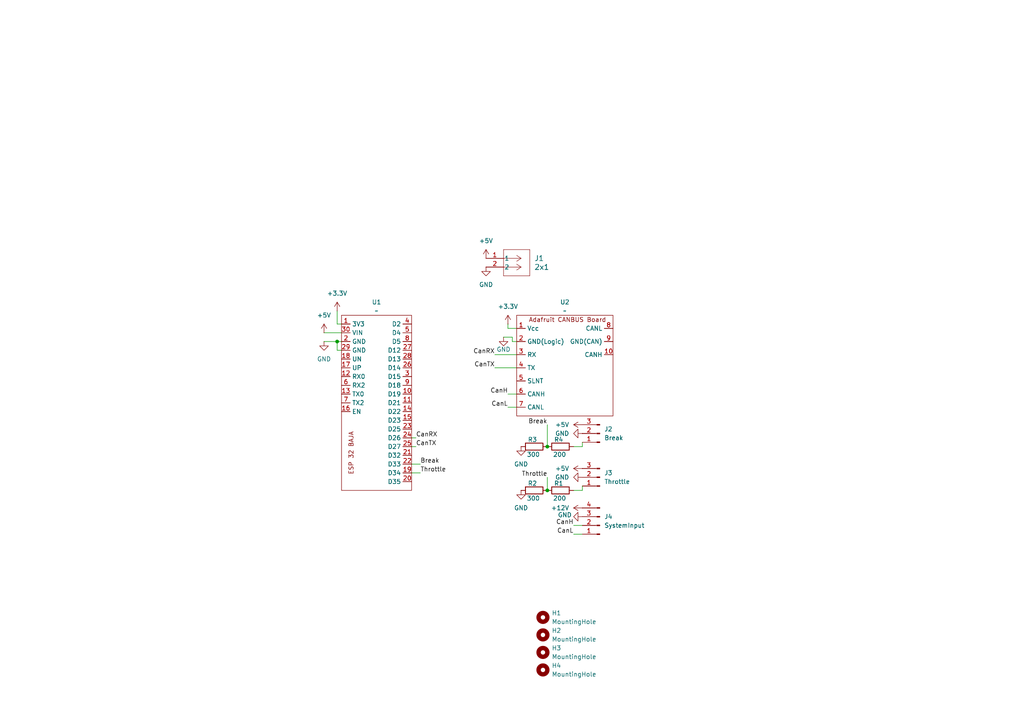
<source format=kicad_sch>
(kicad_sch
	(version 20231120)
	(generator "eeschema")
	(generator_version "8.0")
	(uuid "0d18d341-d852-480c-928d-e9580d2bb323")
	(paper "A4")
	(lib_symbols
		(symbol "2x1:S2B-PH-K-SLFSN"
			(pin_names
				(offset 0.254)
			)
			(exclude_from_sim no)
			(in_bom yes)
			(on_board yes)
			(property "Reference" "J"
				(at 8.89 6.35 0)
				(effects
					(font
						(size 1.524 1.524)
					)
				)
			)
			(property "Value" "S2B-PH-K-SLFSN"
				(at 0 0 0)
				(effects
					(font
						(size 1.524 1.524)
					)
				)
			)
			(property "Footprint" "CONN_S2B-PH-K-S_JST"
				(at 0 0 0)
				(effects
					(font
						(size 1.27 1.27)
						(italic yes)
					)
					(hide yes)
				)
			)
			(property "Datasheet" "S2B-PH-K-SLFSN"
				(at 0 0 0)
				(effects
					(font
						(size 1.27 1.27)
						(italic yes)
					)
					(hide yes)
				)
			)
			(property "Description" ""
				(at 0 0 0)
				(effects
					(font
						(size 1.27 1.27)
					)
					(hide yes)
				)
			)
			(property "ki_locked" ""
				(at 0 0 0)
				(effects
					(font
						(size 1.27 1.27)
					)
				)
			)
			(property "ki_keywords" "S2B-PH-K-S(LF)(SN)"
				(at 0 0 0)
				(effects
					(font
						(size 1.27 1.27)
					)
					(hide yes)
				)
			)
			(property "ki_fp_filters" "CONN_S2B-PH-K-S_JST"
				(at 0 0 0)
				(effects
					(font
						(size 1.27 1.27)
					)
					(hide yes)
				)
			)
			(symbol "S2B-PH-K-SLFSN_1_1"
				(polyline
					(pts
						(xy 5.08 -5.08) (xy 12.7 -5.08)
					)
					(stroke
						(width 0.127)
						(type default)
					)
					(fill
						(type none)
					)
				)
				(polyline
					(pts
						(xy 5.08 2.54) (xy 5.08 -5.08)
					)
					(stroke
						(width 0.127)
						(type default)
					)
					(fill
						(type none)
					)
				)
				(polyline
					(pts
						(xy 10.16 -2.54) (xy 5.08 -2.54)
					)
					(stroke
						(width 0.127)
						(type default)
					)
					(fill
						(type none)
					)
				)
				(polyline
					(pts
						(xy 10.16 -2.54) (xy 8.89 -3.3867)
					)
					(stroke
						(width 0.127)
						(type default)
					)
					(fill
						(type none)
					)
				)
				(polyline
					(pts
						(xy 10.16 -2.54) (xy 8.89 -1.6933)
					)
					(stroke
						(width 0.127)
						(type default)
					)
					(fill
						(type none)
					)
				)
				(polyline
					(pts
						(xy 10.16 0) (xy 5.08 0)
					)
					(stroke
						(width 0.127)
						(type default)
					)
					(fill
						(type none)
					)
				)
				(polyline
					(pts
						(xy 10.16 0) (xy 8.89 -0.8467)
					)
					(stroke
						(width 0.127)
						(type default)
					)
					(fill
						(type none)
					)
				)
				(polyline
					(pts
						(xy 10.16 0) (xy 8.89 0.8467)
					)
					(stroke
						(width 0.127)
						(type default)
					)
					(fill
						(type none)
					)
				)
				(polyline
					(pts
						(xy 12.7 -5.08) (xy 12.7 2.54)
					)
					(stroke
						(width 0.127)
						(type default)
					)
					(fill
						(type none)
					)
				)
				(polyline
					(pts
						(xy 12.7 2.54) (xy 5.08 2.54)
					)
					(stroke
						(width 0.127)
						(type default)
					)
					(fill
						(type none)
					)
				)
				(pin unspecified line
					(at 0 0 0)
					(length 5.08)
					(name "1"
						(effects
							(font
								(size 1.27 1.27)
							)
						)
					)
					(number "1"
						(effects
							(font
								(size 1.27 1.27)
							)
						)
					)
				)
				(pin unspecified line
					(at 0 -2.54 0)
					(length 5.08)
					(name "2"
						(effects
							(font
								(size 1.27 1.27)
							)
						)
					)
					(number "2"
						(effects
							(font
								(size 1.27 1.27)
							)
						)
					)
				)
			)
			(symbol "S2B-PH-K-SLFSN_1_2"
				(polyline
					(pts
						(xy 5.08 -5.08) (xy 12.7 -5.08)
					)
					(stroke
						(width 0.127)
						(type default)
					)
					(fill
						(type none)
					)
				)
				(polyline
					(pts
						(xy 5.08 2.54) (xy 5.08 -5.08)
					)
					(stroke
						(width 0.127)
						(type default)
					)
					(fill
						(type none)
					)
				)
				(polyline
					(pts
						(xy 7.62 -2.54) (xy 5.08 -2.54)
					)
					(stroke
						(width 0.127)
						(type default)
					)
					(fill
						(type none)
					)
				)
				(polyline
					(pts
						(xy 7.62 -2.54) (xy 8.89 -3.3867)
					)
					(stroke
						(width 0.127)
						(type default)
					)
					(fill
						(type none)
					)
				)
				(polyline
					(pts
						(xy 7.62 -2.54) (xy 8.89 -1.6933)
					)
					(stroke
						(width 0.127)
						(type default)
					)
					(fill
						(type none)
					)
				)
				(polyline
					(pts
						(xy 7.62 0) (xy 5.08 0)
					)
					(stroke
						(width 0.127)
						(type default)
					)
					(fill
						(type none)
					)
				)
				(polyline
					(pts
						(xy 7.62 0) (xy 8.89 -0.8467)
					)
					(stroke
						(width 0.127)
						(type default)
					)
					(fill
						(type none)
					)
				)
				(polyline
					(pts
						(xy 7.62 0) (xy 8.89 0.8467)
					)
					(stroke
						(width 0.127)
						(type default)
					)
					(fill
						(type none)
					)
				)
				(polyline
					(pts
						(xy 12.7 -5.08) (xy 12.7 2.54)
					)
					(stroke
						(width 0.127)
						(type default)
					)
					(fill
						(type none)
					)
				)
				(polyline
					(pts
						(xy 12.7 2.54) (xy 5.08 2.54)
					)
					(stroke
						(width 0.127)
						(type default)
					)
					(fill
						(type none)
					)
				)
				(pin unspecified line
					(at 0 0 0)
					(length 5.08)
					(name "1"
						(effects
							(font
								(size 1.27 1.27)
							)
						)
					)
					(number "1"
						(effects
							(font
								(size 1.27 1.27)
							)
						)
					)
				)
				(pin unspecified line
					(at 0 -2.54 0)
					(length 5.08)
					(name "2"
						(effects
							(font
								(size 1.27 1.27)
							)
						)
					)
					(number "2"
						(effects
							(font
								(size 1.27 1.27)
							)
						)
					)
				)
			)
		)
		(symbol "CanBUSPedal:Adafruit_CAN_Pal"
			(exclude_from_sim no)
			(in_bom yes)
			(on_board yes)
			(property "Reference" "U"
				(at 0 0 0)
				(effects
					(font
						(size 1.27 1.27)
					)
				)
			)
			(property "Value" ""
				(at 0 0 0)
				(effects
					(font
						(size 1.27 1.27)
					)
				)
			)
			(property "Footprint" ""
				(at 0 0 0)
				(effects
					(font
						(size 1.27 1.27)
					)
					(hide yes)
				)
			)
			(property "Datasheet" ""
				(at 0 0 0)
				(effects
					(font
						(size 1.27 1.27)
					)
					(hide yes)
				)
			)
			(property "Description" ""
				(at 0 0 0)
				(effects
					(font
						(size 1.27 1.27)
					)
					(hide yes)
				)
			)
			(symbol "Adafruit_CAN_Pal_1_1"
				(rectangle
					(start -15.24 -25.4)
					(end 12.7 3.81)
					(stroke
						(width 0)
						(type default)
					)
					(fill
						(type none)
					)
				)
				(text "Adafruit CANBUS Board"
					(at -0.508 2.54 0)
					(effects
						(font
							(size 1.27 1.27)
						)
					)
				)
				(pin input line
					(at -15.24 0 0)
					(length 2.54)
					(name "Vcc"
						(effects
							(font
								(size 1.27 1.27)
							)
						)
					)
					(number "1"
						(effects
							(font
								(size 1.27 1.27)
							)
						)
					)
				)
				(pin input line
					(at 12.7 -7.62 180)
					(length 2.54)
					(name "CANH"
						(effects
							(font
								(size 1.27 1.27)
							)
						)
					)
					(number "10"
						(effects
							(font
								(size 1.27 1.27)
							)
						)
					)
				)
				(pin input line
					(at -15.24 -3.81 0)
					(length 2.54)
					(name "GND(Logic)"
						(effects
							(font
								(size 1.27 1.27)
							)
						)
					)
					(number "2"
						(effects
							(font
								(size 1.27 1.27)
							)
						)
					)
				)
				(pin input line
					(at -15.24 -7.62 0)
					(length 2.54)
					(name "RX"
						(effects
							(font
								(size 1.27 1.27)
							)
						)
					)
					(number "3"
						(effects
							(font
								(size 1.27 1.27)
							)
						)
					)
				)
				(pin input line
					(at -15.24 -11.43 0)
					(length 2.54)
					(name "TX"
						(effects
							(font
								(size 1.27 1.27)
							)
						)
					)
					(number "4"
						(effects
							(font
								(size 1.27 1.27)
							)
						)
					)
				)
				(pin input line
					(at -15.24 -15.24 0)
					(length 2.54)
					(name "SLNT"
						(effects
							(font
								(size 1.27 1.27)
							)
						)
					)
					(number "5"
						(effects
							(font
								(size 1.27 1.27)
							)
						)
					)
				)
				(pin input line
					(at -15.24 -19.05 0)
					(length 2.54)
					(name "CANH"
						(effects
							(font
								(size 1.27 1.27)
							)
						)
					)
					(number "6"
						(effects
							(font
								(size 1.27 1.27)
							)
						)
					)
				)
				(pin input line
					(at -15.24 -22.86 0)
					(length 2.54)
					(name "CANL"
						(effects
							(font
								(size 1.27 1.27)
							)
						)
					)
					(number "7"
						(effects
							(font
								(size 1.27 1.27)
							)
						)
					)
				)
				(pin input line
					(at 12.7 0 180)
					(length 2.54)
					(name "CANL"
						(effects
							(font
								(size 1.27 1.27)
							)
						)
					)
					(number "8"
						(effects
							(font
								(size 1.27 1.27)
							)
						)
					)
				)
				(pin input line
					(at 12.7 -3.81 180)
					(length 2.54)
					(name "GND(CAN)"
						(effects
							(font
								(size 1.27 1.27)
							)
						)
					)
					(number "9"
						(effects
							(font
								(size 1.27 1.27)
							)
						)
					)
				)
			)
		)
		(symbol "Connector:Conn_01x03_Pin"
			(pin_names
				(offset 1.016) hide)
			(exclude_from_sim no)
			(in_bom yes)
			(on_board yes)
			(property "Reference" "J"
				(at 0 5.08 0)
				(effects
					(font
						(size 1.27 1.27)
					)
				)
			)
			(property "Value" "Conn_01x03_Pin"
				(at 0 -5.08 0)
				(effects
					(font
						(size 1.27 1.27)
					)
				)
			)
			(property "Footprint" ""
				(at 0 0 0)
				(effects
					(font
						(size 1.27 1.27)
					)
					(hide yes)
				)
			)
			(property "Datasheet" "~"
				(at 0 0 0)
				(effects
					(font
						(size 1.27 1.27)
					)
					(hide yes)
				)
			)
			(property "Description" "Generic connector, single row, 01x03, script generated"
				(at 0 0 0)
				(effects
					(font
						(size 1.27 1.27)
					)
					(hide yes)
				)
			)
			(property "ki_locked" ""
				(at 0 0 0)
				(effects
					(font
						(size 1.27 1.27)
					)
				)
			)
			(property "ki_keywords" "connector"
				(at 0 0 0)
				(effects
					(font
						(size 1.27 1.27)
					)
					(hide yes)
				)
			)
			(property "ki_fp_filters" "Connector*:*_1x??_*"
				(at 0 0 0)
				(effects
					(font
						(size 1.27 1.27)
					)
					(hide yes)
				)
			)
			(symbol "Conn_01x03_Pin_1_1"
				(polyline
					(pts
						(xy 1.27 -2.54) (xy 0.8636 -2.54)
					)
					(stroke
						(width 0.1524)
						(type default)
					)
					(fill
						(type none)
					)
				)
				(polyline
					(pts
						(xy 1.27 0) (xy 0.8636 0)
					)
					(stroke
						(width 0.1524)
						(type default)
					)
					(fill
						(type none)
					)
				)
				(polyline
					(pts
						(xy 1.27 2.54) (xy 0.8636 2.54)
					)
					(stroke
						(width 0.1524)
						(type default)
					)
					(fill
						(type none)
					)
				)
				(rectangle
					(start 0.8636 -2.413)
					(end 0 -2.667)
					(stroke
						(width 0.1524)
						(type default)
					)
					(fill
						(type outline)
					)
				)
				(rectangle
					(start 0.8636 0.127)
					(end 0 -0.127)
					(stroke
						(width 0.1524)
						(type default)
					)
					(fill
						(type outline)
					)
				)
				(rectangle
					(start 0.8636 2.667)
					(end 0 2.413)
					(stroke
						(width 0.1524)
						(type default)
					)
					(fill
						(type outline)
					)
				)
				(pin passive line
					(at 5.08 2.54 180)
					(length 3.81)
					(name "Pin_1"
						(effects
							(font
								(size 1.27 1.27)
							)
						)
					)
					(number "1"
						(effects
							(font
								(size 1.27 1.27)
							)
						)
					)
				)
				(pin passive line
					(at 5.08 0 180)
					(length 3.81)
					(name "Pin_2"
						(effects
							(font
								(size 1.27 1.27)
							)
						)
					)
					(number "2"
						(effects
							(font
								(size 1.27 1.27)
							)
						)
					)
				)
				(pin passive line
					(at 5.08 -2.54 180)
					(length 3.81)
					(name "Pin_3"
						(effects
							(font
								(size 1.27 1.27)
							)
						)
					)
					(number "3"
						(effects
							(font
								(size 1.27 1.27)
							)
						)
					)
				)
			)
		)
		(symbol "Connector:Conn_01x04_Pin"
			(pin_names
				(offset 1.016) hide)
			(exclude_from_sim no)
			(in_bom yes)
			(on_board yes)
			(property "Reference" "J"
				(at 0 5.08 0)
				(effects
					(font
						(size 1.27 1.27)
					)
				)
			)
			(property "Value" "Conn_01x04_Pin"
				(at 0 -7.62 0)
				(effects
					(font
						(size 1.27 1.27)
					)
				)
			)
			(property "Footprint" ""
				(at 0 0 0)
				(effects
					(font
						(size 1.27 1.27)
					)
					(hide yes)
				)
			)
			(property "Datasheet" "~"
				(at 0 0 0)
				(effects
					(font
						(size 1.27 1.27)
					)
					(hide yes)
				)
			)
			(property "Description" "Generic connector, single row, 01x04, script generated"
				(at 0 0 0)
				(effects
					(font
						(size 1.27 1.27)
					)
					(hide yes)
				)
			)
			(property "ki_locked" ""
				(at 0 0 0)
				(effects
					(font
						(size 1.27 1.27)
					)
				)
			)
			(property "ki_keywords" "connector"
				(at 0 0 0)
				(effects
					(font
						(size 1.27 1.27)
					)
					(hide yes)
				)
			)
			(property "ki_fp_filters" "Connector*:*_1x??_*"
				(at 0 0 0)
				(effects
					(font
						(size 1.27 1.27)
					)
					(hide yes)
				)
			)
			(symbol "Conn_01x04_Pin_1_1"
				(polyline
					(pts
						(xy 1.27 -5.08) (xy 0.8636 -5.08)
					)
					(stroke
						(width 0.1524)
						(type default)
					)
					(fill
						(type none)
					)
				)
				(polyline
					(pts
						(xy 1.27 -2.54) (xy 0.8636 -2.54)
					)
					(stroke
						(width 0.1524)
						(type default)
					)
					(fill
						(type none)
					)
				)
				(polyline
					(pts
						(xy 1.27 0) (xy 0.8636 0)
					)
					(stroke
						(width 0.1524)
						(type default)
					)
					(fill
						(type none)
					)
				)
				(polyline
					(pts
						(xy 1.27 2.54) (xy 0.8636 2.54)
					)
					(stroke
						(width 0.1524)
						(type default)
					)
					(fill
						(type none)
					)
				)
				(rectangle
					(start 0.8636 -4.953)
					(end 0 -5.207)
					(stroke
						(width 0.1524)
						(type default)
					)
					(fill
						(type outline)
					)
				)
				(rectangle
					(start 0.8636 -2.413)
					(end 0 -2.667)
					(stroke
						(width 0.1524)
						(type default)
					)
					(fill
						(type outline)
					)
				)
				(rectangle
					(start 0.8636 0.127)
					(end 0 -0.127)
					(stroke
						(width 0.1524)
						(type default)
					)
					(fill
						(type outline)
					)
				)
				(rectangle
					(start 0.8636 2.667)
					(end 0 2.413)
					(stroke
						(width 0.1524)
						(type default)
					)
					(fill
						(type outline)
					)
				)
				(pin passive line
					(at 5.08 2.54 180)
					(length 3.81)
					(name "Pin_1"
						(effects
							(font
								(size 1.27 1.27)
							)
						)
					)
					(number "1"
						(effects
							(font
								(size 1.27 1.27)
							)
						)
					)
				)
				(pin passive line
					(at 5.08 0 180)
					(length 3.81)
					(name "Pin_2"
						(effects
							(font
								(size 1.27 1.27)
							)
						)
					)
					(number "2"
						(effects
							(font
								(size 1.27 1.27)
							)
						)
					)
				)
				(pin passive line
					(at 5.08 -2.54 180)
					(length 3.81)
					(name "Pin_3"
						(effects
							(font
								(size 1.27 1.27)
							)
						)
					)
					(number "3"
						(effects
							(font
								(size 1.27 1.27)
							)
						)
					)
				)
				(pin passive line
					(at 5.08 -5.08 180)
					(length 3.81)
					(name "Pin_4"
						(effects
							(font
								(size 1.27 1.27)
							)
						)
					)
					(number "4"
						(effects
							(font
								(size 1.27 1.27)
							)
						)
					)
				)
			)
		)
		(symbol "Device:R"
			(pin_numbers hide)
			(pin_names
				(offset 0)
			)
			(exclude_from_sim no)
			(in_bom yes)
			(on_board yes)
			(property "Reference" "R"
				(at 2.032 0 90)
				(effects
					(font
						(size 1.27 1.27)
					)
				)
			)
			(property "Value" "R"
				(at 0 0 90)
				(effects
					(font
						(size 1.27 1.27)
					)
				)
			)
			(property "Footprint" ""
				(at -1.778 0 90)
				(effects
					(font
						(size 1.27 1.27)
					)
					(hide yes)
				)
			)
			(property "Datasheet" "~"
				(at 0 0 0)
				(effects
					(font
						(size 1.27 1.27)
					)
					(hide yes)
				)
			)
			(property "Description" "Resistor"
				(at 0 0 0)
				(effects
					(font
						(size 1.27 1.27)
					)
					(hide yes)
				)
			)
			(property "ki_keywords" "R res resistor"
				(at 0 0 0)
				(effects
					(font
						(size 1.27 1.27)
					)
					(hide yes)
				)
			)
			(property "ki_fp_filters" "R_*"
				(at 0 0 0)
				(effects
					(font
						(size 1.27 1.27)
					)
					(hide yes)
				)
			)
			(symbol "R_0_1"
				(rectangle
					(start -1.016 -2.54)
					(end 1.016 2.54)
					(stroke
						(width 0.254)
						(type default)
					)
					(fill
						(type none)
					)
				)
			)
			(symbol "R_1_1"
				(pin passive line
					(at 0 3.81 270)
					(length 1.27)
					(name "~"
						(effects
							(font
								(size 1.27 1.27)
							)
						)
					)
					(number "1"
						(effects
							(font
								(size 1.27 1.27)
							)
						)
					)
				)
				(pin passive line
					(at 0 -3.81 90)
					(length 1.27)
					(name "~"
						(effects
							(font
								(size 1.27 1.27)
							)
						)
					)
					(number "2"
						(effects
							(font
								(size 1.27 1.27)
							)
						)
					)
				)
			)
		)
		(symbol "ESP 32Pedal:ESP32"
			(exclude_from_sim no)
			(in_bom yes)
			(on_board yes)
			(property "Reference" "U"
				(at 0 0 0)
				(effects
					(font
						(size 1.27 1.27)
					)
				)
			)
			(property "Value" ""
				(at 0 0 0)
				(effects
					(font
						(size 1.27 1.27)
					)
				)
			)
			(property "Footprint" "ESP 32:ESP 32 BAJA"
				(at -1.016 -36.322 90)
				(effects
					(font
						(size 1.27 1.27)
					)
					(hide yes)
				)
			)
			(property "Datasheet" ""
				(at 0 0 0)
				(effects
					(font
						(size 1.27 1.27)
					)
					(hide yes)
				)
			)
			(property "Description" ""
				(at 0 0 0)
				(effects
					(font
						(size 1.27 1.27)
					)
					(hide yes)
				)
			)
			(symbol "ESP32_0_1"
				(rectangle
					(start -10.16 1.27)
					(end 10.16 -49.53)
					(stroke
						(width 0)
						(type default)
					)
					(fill
						(type none)
					)
				)
			)
			(symbol "ESP32_1_1"
				(text "ESP 32 BAJA\n"
					(at -7.366 -38.608 900)
					(effects
						(font
							(size 1.27 1.27)
						)
					)
				)
				(pin power_in line
					(at -10.16 -1.27 0)
					(length 2.54)
					(name "3V3"
						(effects
							(font
								(size 1.27 1.27)
							)
						)
					)
					(number "1"
						(effects
							(font
								(size 1.27 1.27)
							)
						)
					)
				)
				(pin bidirectional line
					(at 10.16 -21.59 180)
					(length 2.54)
					(name "D19"
						(effects
							(font
								(size 1.27 1.27)
							)
						)
					)
					(number "10"
						(effects
							(font
								(size 1.27 1.27)
							)
						)
					)
				)
				(pin bidirectional line
					(at 10.16 -24.13 180)
					(length 2.54)
					(name "D21"
						(effects
							(font
								(size 1.27 1.27)
							)
						)
					)
					(number "11"
						(effects
							(font
								(size 1.27 1.27)
							)
						)
					)
				)
				(pin input line
					(at -10.16 -16.51 0)
					(length 2.54)
					(name "RX0"
						(effects
							(font
								(size 1.27 1.27)
							)
						)
					)
					(number "12"
						(effects
							(font
								(size 1.27 1.27)
							)
						)
					)
				)
				(pin output line
					(at -10.16 -21.59 0)
					(length 2.54)
					(name "TX0"
						(effects
							(font
								(size 1.27 1.27)
							)
						)
					)
					(number "13"
						(effects
							(font
								(size 1.27 1.27)
							)
						)
					)
				)
				(pin bidirectional line
					(at 10.16 -26.67 180)
					(length 2.54)
					(name "D22"
						(effects
							(font
								(size 1.27 1.27)
							)
						)
					)
					(number "14"
						(effects
							(font
								(size 1.27 1.27)
							)
						)
					)
				)
				(pin bidirectional line
					(at 10.16 -29.21 180)
					(length 2.54)
					(name "D23"
						(effects
							(font
								(size 1.27 1.27)
							)
						)
					)
					(number "15"
						(effects
							(font
								(size 1.27 1.27)
							)
						)
					)
				)
				(pin bidirectional line
					(at -10.16 -26.67 0)
					(length 2.54)
					(name "EN"
						(effects
							(font
								(size 1.27 1.27)
							)
						)
					)
					(number "16"
						(effects
							(font
								(size 1.27 1.27)
							)
						)
					)
				)
				(pin passive line
					(at -10.16 -13.97 0)
					(length 2.54)
					(name "UP"
						(effects
							(font
								(size 1.27 1.27)
							)
						)
					)
					(number "17"
						(effects
							(font
								(size 1.27 1.27)
							)
						)
					)
				)
				(pin free line
					(at -10.16 -11.43 0)
					(length 2.54)
					(name "UN"
						(effects
							(font
								(size 1.27 1.27)
							)
						)
					)
					(number "18"
						(effects
							(font
								(size 1.27 1.27)
							)
						)
					)
				)
				(pin bidirectional line
					(at 10.16 -44.45 180)
					(length 2.54)
					(name "D34"
						(effects
							(font
								(size 1.27 1.27)
							)
						)
					)
					(number "19"
						(effects
							(font
								(size 1.27 1.27)
							)
						)
					)
				)
				(pin power_in line
					(at -10.16 -6.35 0)
					(length 2.54)
					(name "GND"
						(effects
							(font
								(size 1.27 1.27)
							)
						)
					)
					(number "2"
						(effects
							(font
								(size 1.27 1.27)
							)
						)
					)
				)
				(pin bidirectional line
					(at 10.16 -46.99 180)
					(length 2.54)
					(name "D35"
						(effects
							(font
								(size 1.27 1.27)
							)
						)
					)
					(number "20"
						(effects
							(font
								(size 1.27 1.27)
							)
						)
					)
				)
				(pin bidirectional line
					(at 10.16 -39.37 180)
					(length 2.54)
					(name "D32"
						(effects
							(font
								(size 1.27 1.27)
							)
						)
					)
					(number "21"
						(effects
							(font
								(size 1.27 1.27)
							)
						)
					)
				)
				(pin bidirectional line
					(at 10.16 -41.91 180)
					(length 2.54)
					(name "D33"
						(effects
							(font
								(size 1.27 1.27)
							)
						)
					)
					(number "22"
						(effects
							(font
								(size 1.27 1.27)
							)
						)
					)
				)
				(pin bidirectional line
					(at 10.16 -31.75 180)
					(length 2.54)
					(name "D25"
						(effects
							(font
								(size 1.27 1.27)
							)
						)
					)
					(number "23"
						(effects
							(font
								(size 1.27 1.27)
							)
						)
					)
				)
				(pin bidirectional line
					(at 10.16 -34.29 180)
					(length 2.54)
					(name "D26"
						(effects
							(font
								(size 1.27 1.27)
							)
						)
					)
					(number "24"
						(effects
							(font
								(size 1.27 1.27)
							)
						)
					)
				)
				(pin bidirectional line
					(at 10.16 -36.83 180)
					(length 2.54)
					(name "D27"
						(effects
							(font
								(size 1.27 1.27)
							)
						)
					)
					(number "25"
						(effects
							(font
								(size 1.27 1.27)
							)
						)
					)
				)
				(pin bidirectional line
					(at 10.16 -13.97 180)
					(length 2.54)
					(name "D14"
						(effects
							(font
								(size 1.27 1.27)
							)
						)
					)
					(number "26"
						(effects
							(font
								(size 1.27 1.27)
							)
						)
					)
				)
				(pin bidirectional line
					(at 10.16 -8.89 180)
					(length 2.54)
					(name "D12"
						(effects
							(font
								(size 1.27 1.27)
							)
						)
					)
					(number "27"
						(effects
							(font
								(size 1.27 1.27)
							)
						)
					)
				)
				(pin bidirectional line
					(at 10.16 -11.43 180)
					(length 2.54)
					(name "D13"
						(effects
							(font
								(size 1.27 1.27)
							)
						)
					)
					(number "28"
						(effects
							(font
								(size 1.27 1.27)
							)
						)
					)
				)
				(pin power_in line
					(at -10.16 -8.89 0)
					(length 2.54)
					(name "GND"
						(effects
							(font
								(size 1.27 1.27)
							)
						)
					)
					(number "29"
						(effects
							(font
								(size 1.27 1.27)
							)
						)
					)
				)
				(pin bidirectional line
					(at 10.16 -16.51 180)
					(length 2.54)
					(name "D15"
						(effects
							(font
								(size 1.27 1.27)
							)
						)
					)
					(number "3"
						(effects
							(font
								(size 1.27 1.27)
							)
						)
					)
				)
				(pin power_in line
					(at -10.16 -3.81 0)
					(length 2.54)
					(name "VIN"
						(effects
							(font
								(size 1.27 1.27)
							)
						)
					)
					(number "30"
						(effects
							(font
								(size 1.27 1.27)
							)
						)
					)
				)
				(pin bidirectional line
					(at 10.16 -1.27 180)
					(length 2.54)
					(name "D2"
						(effects
							(font
								(size 1.27 1.27)
							)
						)
					)
					(number "4"
						(effects
							(font
								(size 1.27 1.27)
							)
						)
					)
				)
				(pin bidirectional line
					(at 10.16 -3.81 180)
					(length 2.54)
					(name "D4"
						(effects
							(font
								(size 1.27 1.27)
							)
						)
					)
					(number "5"
						(effects
							(font
								(size 1.27 1.27)
							)
						)
					)
				)
				(pin input line
					(at -10.16 -19.05 0)
					(length 2.54)
					(name "RX2"
						(effects
							(font
								(size 1.27 1.27)
							)
						)
					)
					(number "6"
						(effects
							(font
								(size 1.27 1.27)
							)
						)
					)
				)
				(pin output line
					(at -10.16 -24.13 0)
					(length 2.54)
					(name "TX2"
						(effects
							(font
								(size 1.27 1.27)
							)
						)
					)
					(number "7"
						(effects
							(font
								(size 1.27 1.27)
							)
						)
					)
				)
				(pin bidirectional line
					(at 10.16 -6.35 180)
					(length 2.54)
					(name "D5"
						(effects
							(font
								(size 1.27 1.27)
							)
						)
					)
					(number "8"
						(effects
							(font
								(size 1.27 1.27)
							)
						)
					)
				)
				(pin bidirectional line
					(at 10.16 -19.05 180)
					(length 2.54)
					(name "D18"
						(effects
							(font
								(size 1.27 1.27)
							)
						)
					)
					(number "9"
						(effects
							(font
								(size 1.27 1.27)
							)
						)
					)
				)
			)
		)
		(symbol "Mechanical:MountingHole"
			(pin_names
				(offset 1.016)
			)
			(exclude_from_sim yes)
			(in_bom no)
			(on_board yes)
			(property "Reference" "H"
				(at 0 5.08 0)
				(effects
					(font
						(size 1.27 1.27)
					)
				)
			)
			(property "Value" "MountingHole"
				(at 0 3.175 0)
				(effects
					(font
						(size 1.27 1.27)
					)
				)
			)
			(property "Footprint" ""
				(at 0 0 0)
				(effects
					(font
						(size 1.27 1.27)
					)
					(hide yes)
				)
			)
			(property "Datasheet" "~"
				(at 0 0 0)
				(effects
					(font
						(size 1.27 1.27)
					)
					(hide yes)
				)
			)
			(property "Description" "Mounting Hole without connection"
				(at 0 0 0)
				(effects
					(font
						(size 1.27 1.27)
					)
					(hide yes)
				)
			)
			(property "ki_keywords" "mounting hole"
				(at 0 0 0)
				(effects
					(font
						(size 1.27 1.27)
					)
					(hide yes)
				)
			)
			(property "ki_fp_filters" "MountingHole*"
				(at 0 0 0)
				(effects
					(font
						(size 1.27 1.27)
					)
					(hide yes)
				)
			)
			(symbol "MountingHole_0_1"
				(circle
					(center 0 0)
					(radius 1.27)
					(stroke
						(width 1.27)
						(type default)
					)
					(fill
						(type none)
					)
				)
			)
		)
		(symbol "power:+12V"
			(power)
			(pin_numbers hide)
			(pin_names
				(offset 0) hide)
			(exclude_from_sim no)
			(in_bom yes)
			(on_board yes)
			(property "Reference" "#PWR"
				(at 0 -3.81 0)
				(effects
					(font
						(size 1.27 1.27)
					)
					(hide yes)
				)
			)
			(property "Value" "+12V"
				(at 0 3.556 0)
				(effects
					(font
						(size 1.27 1.27)
					)
				)
			)
			(property "Footprint" ""
				(at 0 0 0)
				(effects
					(font
						(size 1.27 1.27)
					)
					(hide yes)
				)
			)
			(property "Datasheet" ""
				(at 0 0 0)
				(effects
					(font
						(size 1.27 1.27)
					)
					(hide yes)
				)
			)
			(property "Description" "Power symbol creates a global label with name \"+12V\""
				(at 0 0 0)
				(effects
					(font
						(size 1.27 1.27)
					)
					(hide yes)
				)
			)
			(property "ki_keywords" "global power"
				(at 0 0 0)
				(effects
					(font
						(size 1.27 1.27)
					)
					(hide yes)
				)
			)
			(symbol "+12V_0_1"
				(polyline
					(pts
						(xy -0.762 1.27) (xy 0 2.54)
					)
					(stroke
						(width 0)
						(type default)
					)
					(fill
						(type none)
					)
				)
				(polyline
					(pts
						(xy 0 0) (xy 0 2.54)
					)
					(stroke
						(width 0)
						(type default)
					)
					(fill
						(type none)
					)
				)
				(polyline
					(pts
						(xy 0 2.54) (xy 0.762 1.27)
					)
					(stroke
						(width 0)
						(type default)
					)
					(fill
						(type none)
					)
				)
			)
			(symbol "+12V_1_1"
				(pin power_in line
					(at 0 0 90)
					(length 0)
					(name "~"
						(effects
							(font
								(size 1.27 1.27)
							)
						)
					)
					(number "1"
						(effects
							(font
								(size 1.27 1.27)
							)
						)
					)
				)
			)
		)
		(symbol "power:+3.3V"
			(power)
			(pin_numbers hide)
			(pin_names
				(offset 0) hide)
			(exclude_from_sim no)
			(in_bom yes)
			(on_board yes)
			(property "Reference" "#PWR"
				(at 0 -3.81 0)
				(effects
					(font
						(size 1.27 1.27)
					)
					(hide yes)
				)
			)
			(property "Value" "+3.3V"
				(at 0 3.556 0)
				(effects
					(font
						(size 1.27 1.27)
					)
				)
			)
			(property "Footprint" ""
				(at 0 0 0)
				(effects
					(font
						(size 1.27 1.27)
					)
					(hide yes)
				)
			)
			(property "Datasheet" ""
				(at 0 0 0)
				(effects
					(font
						(size 1.27 1.27)
					)
					(hide yes)
				)
			)
			(property "Description" "Power symbol creates a global label with name \"+3.3V\""
				(at 0 0 0)
				(effects
					(font
						(size 1.27 1.27)
					)
					(hide yes)
				)
			)
			(property "ki_keywords" "global power"
				(at 0 0 0)
				(effects
					(font
						(size 1.27 1.27)
					)
					(hide yes)
				)
			)
			(symbol "+3.3V_0_1"
				(polyline
					(pts
						(xy -0.762 1.27) (xy 0 2.54)
					)
					(stroke
						(width 0)
						(type default)
					)
					(fill
						(type none)
					)
				)
				(polyline
					(pts
						(xy 0 0) (xy 0 2.54)
					)
					(stroke
						(width 0)
						(type default)
					)
					(fill
						(type none)
					)
				)
				(polyline
					(pts
						(xy 0 2.54) (xy 0.762 1.27)
					)
					(stroke
						(width 0)
						(type default)
					)
					(fill
						(type none)
					)
				)
			)
			(symbol "+3.3V_1_1"
				(pin power_in line
					(at 0 0 90)
					(length 0)
					(name "~"
						(effects
							(font
								(size 1.27 1.27)
							)
						)
					)
					(number "1"
						(effects
							(font
								(size 1.27 1.27)
							)
						)
					)
				)
			)
		)
		(symbol "power:+5V"
			(power)
			(pin_numbers hide)
			(pin_names
				(offset 0) hide)
			(exclude_from_sim no)
			(in_bom yes)
			(on_board yes)
			(property "Reference" "#PWR"
				(at 0 -3.81 0)
				(effects
					(font
						(size 1.27 1.27)
					)
					(hide yes)
				)
			)
			(property "Value" "+5V"
				(at 0 3.556 0)
				(effects
					(font
						(size 1.27 1.27)
					)
				)
			)
			(property "Footprint" ""
				(at 0 0 0)
				(effects
					(font
						(size 1.27 1.27)
					)
					(hide yes)
				)
			)
			(property "Datasheet" ""
				(at 0 0 0)
				(effects
					(font
						(size 1.27 1.27)
					)
					(hide yes)
				)
			)
			(property "Description" "Power symbol creates a global label with name \"+5V\""
				(at 0 0 0)
				(effects
					(font
						(size 1.27 1.27)
					)
					(hide yes)
				)
			)
			(property "ki_keywords" "global power"
				(at 0 0 0)
				(effects
					(font
						(size 1.27 1.27)
					)
					(hide yes)
				)
			)
			(symbol "+5V_0_1"
				(polyline
					(pts
						(xy -0.762 1.27) (xy 0 2.54)
					)
					(stroke
						(width 0)
						(type default)
					)
					(fill
						(type none)
					)
				)
				(polyline
					(pts
						(xy 0 0) (xy 0 2.54)
					)
					(stroke
						(width 0)
						(type default)
					)
					(fill
						(type none)
					)
				)
				(polyline
					(pts
						(xy 0 2.54) (xy 0.762 1.27)
					)
					(stroke
						(width 0)
						(type default)
					)
					(fill
						(type none)
					)
				)
			)
			(symbol "+5V_1_1"
				(pin power_in line
					(at 0 0 90)
					(length 0)
					(name "~"
						(effects
							(font
								(size 1.27 1.27)
							)
						)
					)
					(number "1"
						(effects
							(font
								(size 1.27 1.27)
							)
						)
					)
				)
			)
		)
		(symbol "power:GND"
			(power)
			(pin_numbers hide)
			(pin_names
				(offset 0) hide)
			(exclude_from_sim no)
			(in_bom yes)
			(on_board yes)
			(property "Reference" "#PWR"
				(at 0 -6.35 0)
				(effects
					(font
						(size 1.27 1.27)
					)
					(hide yes)
				)
			)
			(property "Value" "GND"
				(at 0 -3.81 0)
				(effects
					(font
						(size 1.27 1.27)
					)
				)
			)
			(property "Footprint" ""
				(at 0 0 0)
				(effects
					(font
						(size 1.27 1.27)
					)
					(hide yes)
				)
			)
			(property "Datasheet" ""
				(at 0 0 0)
				(effects
					(font
						(size 1.27 1.27)
					)
					(hide yes)
				)
			)
			(property "Description" "Power symbol creates a global label with name \"GND\" , ground"
				(at 0 0 0)
				(effects
					(font
						(size 1.27 1.27)
					)
					(hide yes)
				)
			)
			(property "ki_keywords" "global power"
				(at 0 0 0)
				(effects
					(font
						(size 1.27 1.27)
					)
					(hide yes)
				)
			)
			(symbol "GND_0_1"
				(polyline
					(pts
						(xy 0 0) (xy 0 -1.27) (xy 1.27 -1.27) (xy 0 -2.54) (xy -1.27 -1.27) (xy 0 -1.27)
					)
					(stroke
						(width 0)
						(type default)
					)
					(fill
						(type none)
					)
				)
			)
			(symbol "GND_1_1"
				(pin power_in line
					(at 0 0 270)
					(length 0)
					(name "~"
						(effects
							(font
								(size 1.27 1.27)
							)
						)
					)
					(number "1"
						(effects
							(font
								(size 1.27 1.27)
							)
						)
					)
				)
			)
		)
	)
	(junction
		(at 158.75 129.54)
		(diameter 0)
		(color 0 0 0 0)
		(uuid "16d76366-4cc9-49ef-8743-45ad0171b626")
	)
	(junction
		(at 158.75 142.24)
		(diameter 0)
		(color 0 0 0 0)
		(uuid "4fcb1c4a-3e44-4617-a3e9-b5064f231ffc")
	)
	(junction
		(at 97.79 99.06)
		(diameter 0)
		(color 0 0 0 0)
		(uuid "5439468e-d2c5-4a96-b516-50f025931971")
	)
	(wire
		(pts
			(xy 97.79 90.17) (xy 97.79 93.98)
		)
		(stroke
			(width 0)
			(type default)
		)
		(uuid "0abcb422-8b9a-4917-aa04-8c24b95d1045")
	)
	(wire
		(pts
			(xy 168.91 142.24) (xy 168.91 140.97)
		)
		(stroke
			(width 0)
			(type default)
		)
		(uuid "117e55b8-e288-4ccd-a49d-b851c506a1b7")
	)
	(wire
		(pts
			(xy 97.79 93.98) (xy 99.06 93.98)
		)
		(stroke
			(width 0)
			(type default)
		)
		(uuid "1e35b7fa-ab1a-4ff1-aae7-c71250e3a61f")
	)
	(wire
		(pts
			(xy 99.06 101.6) (xy 97.79 101.6)
		)
		(stroke
			(width 0)
			(type default)
		)
		(uuid "2c8d01c4-7baa-47a9-b0ab-995b083706a3")
	)
	(wire
		(pts
			(xy 146.05 97.79) (xy 148.59 97.79)
		)
		(stroke
			(width 0)
			(type default)
		)
		(uuid "3469e5a4-26b0-4f0b-9c05-0f17db979f76")
	)
	(wire
		(pts
			(xy 148.59 99.06) (xy 149.86 99.06)
		)
		(stroke
			(width 0)
			(type default)
		)
		(uuid "4f7e49af-b785-4393-9f49-62efa31d1178")
	)
	(wire
		(pts
			(xy 93.98 96.52) (xy 99.06 96.52)
		)
		(stroke
			(width 0)
			(type default)
		)
		(uuid "626d9eb5-d3a3-470a-9693-aff174d019f4")
	)
	(wire
		(pts
			(xy 166.37 152.4) (xy 168.91 152.4)
		)
		(stroke
			(width 0)
			(type default)
		)
		(uuid "7d90427d-1342-49bb-9197-4f114b1e297e")
	)
	(wire
		(pts
			(xy 147.32 118.11) (xy 149.86 118.11)
		)
		(stroke
			(width 0)
			(type default)
		)
		(uuid "89ce707d-772c-4e68-a026-69f51d973f66")
	)
	(wire
		(pts
			(xy 143.51 102.87) (xy 149.86 102.87)
		)
		(stroke
			(width 0)
			(type default)
		)
		(uuid "95067ff4-e009-4224-9f2e-78abb8ae48d5")
	)
	(wire
		(pts
			(xy 158.75 138.43) (xy 158.75 142.24)
		)
		(stroke
			(width 0)
			(type default)
		)
		(uuid "9ec79826-482e-4d2e-87fe-1baf586a0abb")
	)
	(wire
		(pts
			(xy 97.79 99.06) (xy 99.06 99.06)
		)
		(stroke
			(width 0)
			(type default)
		)
		(uuid "a9a70f62-81c0-4751-9c0e-2a4b9717d5ac")
	)
	(wire
		(pts
			(xy 158.75 123.19) (xy 158.75 129.54)
		)
		(stroke
			(width 0)
			(type default)
		)
		(uuid "a9b9fddc-9168-4437-8e5a-83a3cf75536b")
	)
	(wire
		(pts
			(xy 119.38 137.16) (xy 121.92 137.16)
		)
		(stroke
			(width 0)
			(type default)
		)
		(uuid "a9c7361b-5f92-42e4-8141-735b116a6a05")
	)
	(wire
		(pts
			(xy 93.98 99.06) (xy 97.79 99.06)
		)
		(stroke
			(width 0)
			(type default)
		)
		(uuid "ac0df730-830d-4178-8ab5-e71880a92615")
	)
	(wire
		(pts
			(xy 166.37 129.54) (xy 168.91 129.54)
		)
		(stroke
			(width 0)
			(type default)
		)
		(uuid "b6acc1bf-8e15-4030-8e07-7043c2ddfdcf")
	)
	(wire
		(pts
			(xy 143.51 106.68) (xy 149.86 106.68)
		)
		(stroke
			(width 0)
			(type default)
		)
		(uuid "c2b61802-1aaf-4a6e-9f53-db46fabbdef8")
	)
	(wire
		(pts
			(xy 119.38 129.54) (xy 120.65 129.54)
		)
		(stroke
			(width 0)
			(type default)
		)
		(uuid "cc7f89ad-1c18-4662-9f64-db11b8459acd")
	)
	(wire
		(pts
			(xy 166.37 154.94) (xy 168.91 154.94)
		)
		(stroke
			(width 0)
			(type default)
		)
		(uuid "cda94e7f-2dfe-4bcc-9d71-8f6ec02244af")
	)
	(wire
		(pts
			(xy 147.32 114.3) (xy 149.86 114.3)
		)
		(stroke
			(width 0)
			(type default)
		)
		(uuid "ceadae83-0b4e-4ec0-8ec7-b599256b4cfb")
	)
	(wire
		(pts
			(xy 119.38 127) (xy 120.65 127)
		)
		(stroke
			(width 0)
			(type default)
		)
		(uuid "d03b272c-fcfe-4cde-9053-4cc0e97d0ab9")
	)
	(wire
		(pts
			(xy 97.79 101.6) (xy 97.79 99.06)
		)
		(stroke
			(width 0)
			(type default)
		)
		(uuid "d900d53a-8dc7-435e-9f81-cc116d68fb95")
	)
	(wire
		(pts
			(xy 168.91 129.54) (xy 168.91 128.27)
		)
		(stroke
			(width 0)
			(type default)
		)
		(uuid "dcb56f6d-b3f9-4937-b748-5ed48c6bcd7d")
	)
	(wire
		(pts
			(xy 119.38 134.62) (xy 121.92 134.62)
		)
		(stroke
			(width 0)
			(type default)
		)
		(uuid "dd155e66-dd6a-4807-a51d-02ddc5a9d2e4")
	)
	(wire
		(pts
			(xy 148.59 97.79) (xy 148.59 99.06)
		)
		(stroke
			(width 0)
			(type default)
		)
		(uuid "e5e3b5ef-f980-4c2e-8e5d-7f4fe54aef74")
	)
	(wire
		(pts
			(xy 166.37 142.24) (xy 168.91 142.24)
		)
		(stroke
			(width 0)
			(type default)
		)
		(uuid "e6435113-fa63-408d-9639-3a7ca731ef7a")
	)
	(wire
		(pts
			(xy 147.32 93.98) (xy 147.32 95.25)
		)
		(stroke
			(width 0)
			(type default)
		)
		(uuid "f3c3591e-fb2e-4c70-a2d0-e9a9a3fc2d26")
	)
	(wire
		(pts
			(xy 147.32 95.25) (xy 149.86 95.25)
		)
		(stroke
			(width 0)
			(type default)
		)
		(uuid "f794be59-c017-4519-ad2c-a0b14ad12b06")
	)
	(label "Throttle"
		(at 158.75 138.43 180)
		(fields_autoplaced yes)
		(effects
			(font
				(size 1.27 1.27)
			)
			(justify right bottom)
		)
		(uuid "0685970a-9516-4f7b-a124-0e07e8b14aa7")
	)
	(label "Break"
		(at 158.75 123.19 180)
		(fields_autoplaced yes)
		(effects
			(font
				(size 1.27 1.27)
			)
			(justify right bottom)
		)
		(uuid "10d5f298-35b6-44b0-9b55-680afe6aed03")
	)
	(label "CanH"
		(at 166.37 152.4 180)
		(fields_autoplaced yes)
		(effects
			(font
				(size 1.27 1.27)
			)
			(justify right bottom)
		)
		(uuid "1927bf09-d291-4cec-ad57-e73a3f988e36")
	)
	(label "CanRX"
		(at 120.65 127 0)
		(fields_autoplaced yes)
		(effects
			(font
				(size 1.27 1.27)
			)
			(justify left bottom)
		)
		(uuid "342254f5-b951-4c39-8440-092b92aef7da")
	)
	(label "CanTX"
		(at 120.65 129.54 0)
		(fields_autoplaced yes)
		(effects
			(font
				(size 1.27 1.27)
			)
			(justify left bottom)
		)
		(uuid "5d9d7922-09d4-44d6-95c3-d956fa3e018e")
	)
	(label "Throttle"
		(at 121.92 137.16 0)
		(fields_autoplaced yes)
		(effects
			(font
				(size 1.27 1.27)
			)
			(justify left bottom)
		)
		(uuid "7beb3aba-a290-4f67-9937-6bafb998fd44")
	)
	(label "CanL"
		(at 166.37 154.94 180)
		(fields_autoplaced yes)
		(effects
			(font
				(size 1.27 1.27)
			)
			(justify right bottom)
		)
		(uuid "92c68747-496b-4798-8c0e-b5655baeb270")
	)
	(label "CanTX"
		(at 143.51 106.68 180)
		(fields_autoplaced yes)
		(effects
			(font
				(size 1.27 1.27)
			)
			(justify right bottom)
		)
		(uuid "9bd1379c-0657-4de1-bad2-10f00bc72c72")
	)
	(label "CanH"
		(at 147.32 114.3 180)
		(fields_autoplaced yes)
		(effects
			(font
				(size 1.27 1.27)
			)
			(justify right bottom)
		)
		(uuid "a8313cf2-3a76-4d8f-9b3a-aee181de7211")
	)
	(label "CanL"
		(at 147.32 118.11 180)
		(fields_autoplaced yes)
		(effects
			(font
				(size 1.27 1.27)
			)
			(justify right bottom)
		)
		(uuid "ab838122-ff16-4722-9014-f0cec65727f5")
	)
	(label "CanRX"
		(at 143.51 102.87 180)
		(fields_autoplaced yes)
		(effects
			(font
				(size 1.27 1.27)
			)
			(justify right bottom)
		)
		(uuid "ba49dff5-3485-4272-942d-ab78dd5c79fe")
	)
	(label "Break"
		(at 121.92 134.62 0)
		(fields_autoplaced yes)
		(effects
			(font
				(size 1.27 1.27)
			)
			(justify left bottom)
		)
		(uuid "f74913f0-2daa-4cd4-b1b3-82a6f64d68d7")
	)
	(symbol
		(lib_id "power:+5V")
		(at 140.97 74.93 0)
		(unit 1)
		(exclude_from_sim no)
		(in_bom yes)
		(on_board yes)
		(dnp no)
		(fields_autoplaced yes)
		(uuid "157fac96-726b-4875-8749-0bec0eb17613")
		(property "Reference" "#PWR01"
			(at 140.97 78.74 0)
			(effects
				(font
					(size 1.27 1.27)
				)
				(hide yes)
			)
		)
		(property "Value" "+5V"
			(at 140.97 69.85 0)
			(effects
				(font
					(size 1.27 1.27)
				)
			)
		)
		(property "Footprint" ""
			(at 140.97 74.93 0)
			(effects
				(font
					(size 1.27 1.27)
				)
				(hide yes)
			)
		)
		(property "Datasheet" ""
			(at 140.97 74.93 0)
			(effects
				(font
					(size 1.27 1.27)
				)
				(hide yes)
			)
		)
		(property "Description" "Power symbol creates a global label with name \"+5V\""
			(at 140.97 74.93 0)
			(effects
				(font
					(size 1.27 1.27)
				)
				(hide yes)
			)
		)
		(pin "1"
			(uuid "0c654dd1-5bc6-4119-a6f5-c998fd650a11")
		)
		(instances
			(project ""
				(path "/0d18d341-d852-480c-928d-e9580d2bb323"
					(reference "#PWR01")
					(unit 1)
				)
			)
		)
	)
	(symbol
		(lib_id "Device:R")
		(at 162.56 129.54 270)
		(unit 1)
		(exclude_from_sim no)
		(in_bom yes)
		(on_board yes)
		(dnp no)
		(uuid "17535320-6d45-4f59-89e9-5c8e9f20f98d")
		(property "Reference" "R4"
			(at 162.052 127.508 90)
			(effects
				(font
					(size 1.27 1.27)
				)
			)
		)
		(property "Value" "200"
			(at 162.306 131.826 90)
			(effects
				(font
					(size 1.27 1.27)
				)
			)
		)
		(property "Footprint" "Resistor_THT:R_Axial_DIN0204_L3.6mm_D1.6mm_P5.08mm_Horizontal"
			(at 162.56 127.762 90)
			(effects
				(font
					(size 1.27 1.27)
				)
				(hide yes)
			)
		)
		(property "Datasheet" "~"
			(at 162.56 129.54 0)
			(effects
				(font
					(size 1.27 1.27)
				)
				(hide yes)
			)
		)
		(property "Description" "Resistor"
			(at 162.56 129.54 0)
			(effects
				(font
					(size 1.27 1.27)
				)
				(hide yes)
			)
		)
		(pin "2"
			(uuid "ba0d6004-4656-4b2d-97d3-f5f03a4266b5")
		)
		(pin "1"
			(uuid "76c5a11e-4005-407c-83fb-8b4cfd6b12a1")
		)
		(instances
			(project "PedalPCB"
				(path "/0d18d341-d852-480c-928d-e9580d2bb323"
					(reference "R4")
					(unit 1)
				)
			)
		)
	)
	(symbol
		(lib_id "Mechanical:MountingHole")
		(at 157.48 184.15 0)
		(unit 1)
		(exclude_from_sim yes)
		(in_bom no)
		(on_board yes)
		(dnp no)
		(fields_autoplaced yes)
		(uuid "1f3d220e-1de0-4989-9a02-9403e3557e5c")
		(property "Reference" "H2"
			(at 160.02 182.8799 0)
			(effects
				(font
					(size 1.27 1.27)
				)
				(justify left)
			)
		)
		(property "Value" "MountingHole"
			(at 160.02 185.4199 0)
			(effects
				(font
					(size 1.27 1.27)
				)
				(justify left)
			)
		)
		(property "Footprint" "MountingHole:MountingHole_4.3mm_M4"
			(at 157.48 184.15 0)
			(effects
				(font
					(size 1.27 1.27)
				)
				(hide yes)
			)
		)
		(property "Datasheet" "~"
			(at 157.48 184.15 0)
			(effects
				(font
					(size 1.27 1.27)
				)
				(hide yes)
			)
		)
		(property "Description" "Mounting Hole without connection"
			(at 157.48 184.15 0)
			(effects
				(font
					(size 1.27 1.27)
				)
				(hide yes)
			)
		)
		(instances
			(project "PCB"
				(path "/0d18d341-d852-480c-928d-e9580d2bb323"
					(reference "H2")
					(unit 1)
				)
			)
		)
	)
	(symbol
		(lib_id "ESP 32Pedal:ESP32")
		(at 109.22 92.71 0)
		(unit 1)
		(exclude_from_sim no)
		(in_bom yes)
		(on_board yes)
		(dnp no)
		(fields_autoplaced yes)
		(uuid "27612c67-ad34-4533-9696-1b97b851cf0f")
		(property "Reference" "U1"
			(at 109.22 87.63 0)
			(effects
				(font
					(size 1.27 1.27)
				)
			)
		)
		(property "Value" "~"
			(at 109.22 90.17 0)
			(effects
				(font
					(size 1.27 1.27)
				)
			)
		)
		(property "Footprint" "Pedal:ESP 32 BAJA"
			(at 108.204 129.032 90)
			(effects
				(font
					(size 1.27 1.27)
				)
				(hide yes)
			)
		)
		(property "Datasheet" ""
			(at 109.22 92.71 0)
			(effects
				(font
					(size 1.27 1.27)
				)
				(hide yes)
			)
		)
		(property "Description" ""
			(at 109.22 92.71 0)
			(effects
				(font
					(size 1.27 1.27)
				)
				(hide yes)
			)
		)
		(pin "13"
			(uuid "b7eda325-02ee-407b-a739-311507c655f8")
		)
		(pin "12"
			(uuid "24386771-a586-47fe-92ba-2109da5751ab")
		)
		(pin "14"
			(uuid "60a33820-0aef-4c73-8ca6-ce8f0149869e")
		)
		(pin "19"
			(uuid "7490bb17-1010-4c50-91eb-7970e94b22cb")
		)
		(pin "20"
			(uuid "f098304b-e560-449f-b8ed-b46de144494f")
		)
		(pin "21"
			(uuid "f4ad634c-b8c2-4283-a627-4e3aace7476a")
		)
		(pin "22"
			(uuid "e997ce22-2e1c-4051-86e5-5e60e5ad1f53")
		)
		(pin "5"
			(uuid "ea603c90-696f-4e73-bd57-44b69efb5277")
		)
		(pin "17"
			(uuid "15bc6870-eea8-411e-97c4-fcb1841b9d19")
		)
		(pin "28"
			(uuid "b545f793-9a76-4db7-b305-2ae4592fb7e5")
		)
		(pin "7"
			(uuid "42564a3b-7a37-4093-9333-6cc5edc98df7")
		)
		(pin "2"
			(uuid "6aa75a98-368f-49dd-885e-bc6d32e5ef26")
		)
		(pin "24"
			(uuid "91de133d-4294-4196-802a-fb0feebf6742")
		)
		(pin "3"
			(uuid "8aa2fbac-6f90-4492-9cd4-6a0a0e1a4b91")
		)
		(pin "18"
			(uuid "d950a46d-18d8-4eb6-8955-d9f032f0bd7f")
		)
		(pin "27"
			(uuid "3c0cb682-14ae-4528-9469-b18037d35716")
		)
		(pin "9"
			(uuid "d8f9006d-e603-4c95-94d9-6872beb7a835")
		)
		(pin "26"
			(uuid "4486617b-0863-4af8-8bca-10cd203ee2aa")
		)
		(pin "15"
			(uuid "e230eeb9-37bc-49e1-aec6-a58712b037c5")
		)
		(pin "10"
			(uuid "643fc563-1a41-4ada-8e36-afa262fe16f9")
		)
		(pin "16"
			(uuid "e430b430-c959-43eb-8fa0-1bab368421f8")
		)
		(pin "23"
			(uuid "bdac243b-d80f-4881-a340-fd505e6b0d49")
		)
		(pin "25"
			(uuid "a61e5699-5211-415c-9740-e0bebf0c09c7")
		)
		(pin "29"
			(uuid "13fccccc-23ec-452d-9239-f39c37948df1")
		)
		(pin "6"
			(uuid "f2ca307e-700d-4519-aca6-51b4f5f31584")
		)
		(pin "11"
			(uuid "259fdebb-3cc4-4773-b031-998742822583")
		)
		(pin "30"
			(uuid "7dcbc0d8-17dc-4cb3-ab5b-1485ca9f4c13")
		)
		(pin "4"
			(uuid "c4d345aa-a92e-4c7f-b9d5-799ce247d64e")
		)
		(pin "8"
			(uuid "49bf7f83-e664-4ad8-a5e7-13932eb05d11")
		)
		(pin "1"
			(uuid "82c4573b-b881-470e-bf82-d85635ae8306")
		)
		(instances
			(project ""
				(path "/0d18d341-d852-480c-928d-e9580d2bb323"
					(reference "U1")
					(unit 1)
				)
			)
		)
	)
	(symbol
		(lib_id "Device:R")
		(at 162.56 142.24 270)
		(unit 1)
		(exclude_from_sim no)
		(in_bom yes)
		(on_board yes)
		(dnp no)
		(uuid "29f2dc3f-c9cf-48a7-bfa4-7295b20784b8")
		(property "Reference" "R1"
			(at 162.052 140.208 90)
			(effects
				(font
					(size 1.27 1.27)
				)
			)
		)
		(property "Value" "200"
			(at 162.306 144.526 90)
			(effects
				(font
					(size 1.27 1.27)
				)
			)
		)
		(property "Footprint" "Resistor_THT:R_Axial_DIN0204_L3.6mm_D1.6mm_P5.08mm_Horizontal"
			(at 162.56 140.462 90)
			(effects
				(font
					(size 1.27 1.27)
				)
				(hide yes)
			)
		)
		(property "Datasheet" "~"
			(at 162.56 142.24 0)
			(effects
				(font
					(size 1.27 1.27)
				)
				(hide yes)
			)
		)
		(property "Description" "Resistor"
			(at 162.56 142.24 0)
			(effects
				(font
					(size 1.27 1.27)
				)
				(hide yes)
			)
		)
		(pin "2"
			(uuid "32bddc5c-7ac1-4a4d-ae88-1f01d34d3c00")
		)
		(pin "1"
			(uuid "39ff7095-21ef-4a78-93fb-cf0749a88acd")
		)
		(instances
			(project ""
				(path "/0d18d341-d852-480c-928d-e9580d2bb323"
					(reference "R1")
					(unit 1)
				)
			)
		)
	)
	(symbol
		(lib_id "Connector:Conn_01x04_Pin")
		(at 173.99 152.4 180)
		(unit 1)
		(exclude_from_sim no)
		(in_bom yes)
		(on_board yes)
		(dnp no)
		(fields_autoplaced yes)
		(uuid "2cfb1d55-61dd-453f-a134-ef75bd8620d6")
		(property "Reference" "J4"
			(at 175.26 149.8599 0)
			(effects
				(font
					(size 1.27 1.27)
				)
				(justify right)
			)
		)
		(property "Value" "SystemInput"
			(at 175.26 152.3999 0)
			(effects
				(font
					(size 1.27 1.27)
				)
				(justify right)
			)
		)
		(property "Footprint" "Pedal:JST4Pin"
			(at 173.99 152.4 0)
			(effects
				(font
					(size 1.27 1.27)
				)
				(hide yes)
			)
		)
		(property "Datasheet" "~"
			(at 173.99 152.4 0)
			(effects
				(font
					(size 1.27 1.27)
				)
				(hide yes)
			)
		)
		(property "Description" "Generic connector, single row, 01x04, script generated"
			(at 173.99 152.4 0)
			(effects
				(font
					(size 1.27 1.27)
				)
				(hide yes)
			)
		)
		(pin "3"
			(uuid "6c0f097b-7cd1-466f-b2bf-9b602f4494ad")
		)
		(pin "4"
			(uuid "d6689e44-13e6-4487-aab4-c7172d87798f")
		)
		(pin "2"
			(uuid "5470c5da-2cd2-45df-959a-9971d2218075")
		)
		(pin "1"
			(uuid "66791776-5a6c-4016-a644-5cfb16c9411a")
		)
		(instances
			(project ""
				(path "/0d18d341-d852-480c-928d-e9580d2bb323"
					(reference "J4")
					(unit 1)
				)
			)
		)
	)
	(symbol
		(lib_id "power:+5V")
		(at 168.91 135.89 90)
		(unit 1)
		(exclude_from_sim no)
		(in_bom yes)
		(on_board yes)
		(dnp no)
		(fields_autoplaced yes)
		(uuid "2d4f4476-9159-4390-ab36-691ae4f8042f")
		(property "Reference" "#PWR011"
			(at 172.72 135.89 0)
			(effects
				(font
					(size 1.27 1.27)
				)
				(hide yes)
			)
		)
		(property "Value" "+5V"
			(at 165.1 135.8899 90)
			(effects
				(font
					(size 1.27 1.27)
				)
				(justify left)
			)
		)
		(property "Footprint" ""
			(at 168.91 135.89 0)
			(effects
				(font
					(size 1.27 1.27)
				)
				(hide yes)
			)
		)
		(property "Datasheet" ""
			(at 168.91 135.89 0)
			(effects
				(font
					(size 1.27 1.27)
				)
				(hide yes)
			)
		)
		(property "Description" "Power symbol creates a global label with name \"+5V\""
			(at 168.91 135.89 0)
			(effects
				(font
					(size 1.27 1.27)
				)
				(hide yes)
			)
		)
		(pin "1"
			(uuid "5fd0ca70-bcc6-403e-8ed1-4d6d8b387adc")
		)
		(instances
			(project "PCB"
				(path "/0d18d341-d852-480c-928d-e9580d2bb323"
					(reference "#PWR011")
					(unit 1)
				)
			)
		)
	)
	(symbol
		(lib_id "power:GND")
		(at 146.05 97.79 0)
		(unit 1)
		(exclude_from_sim no)
		(in_bom yes)
		(on_board yes)
		(dnp no)
		(uuid "36cc0e24-4596-46c4-b067-a8c37976204f")
		(property "Reference" "#PWR06"
			(at 146.05 104.14 0)
			(effects
				(font
					(size 1.27 1.27)
				)
				(hide yes)
			)
		)
		(property "Value" "GND"
			(at 146.05 101.346 0)
			(effects
				(font
					(size 1.27 1.27)
				)
			)
		)
		(property "Footprint" ""
			(at 146.05 97.79 0)
			(effects
				(font
					(size 1.27 1.27)
				)
				(hide yes)
			)
		)
		(property "Datasheet" ""
			(at 146.05 97.79 0)
			(effects
				(font
					(size 1.27 1.27)
				)
				(hide yes)
			)
		)
		(property "Description" "Power symbol creates a global label with name \"GND\" , ground"
			(at 146.05 97.79 0)
			(effects
				(font
					(size 1.27 1.27)
				)
				(hide yes)
			)
		)
		(pin "1"
			(uuid "1ac6892c-1226-4476-90f5-0eaccb84a149")
		)
		(instances
			(project "PCB"
				(path "/0d18d341-d852-480c-928d-e9580d2bb323"
					(reference "#PWR06")
					(unit 1)
				)
			)
		)
	)
	(symbol
		(lib_id "Mechanical:MountingHole")
		(at 157.48 179.07 0)
		(unit 1)
		(exclude_from_sim yes)
		(in_bom no)
		(on_board yes)
		(dnp no)
		(fields_autoplaced yes)
		(uuid "5162bd66-8308-4e16-9a74-62c2065816d3")
		(property "Reference" "H1"
			(at 160.02 177.7999 0)
			(effects
				(font
					(size 1.27 1.27)
				)
				(justify left)
			)
		)
		(property "Value" "MountingHole"
			(at 160.02 180.3399 0)
			(effects
				(font
					(size 1.27 1.27)
				)
				(justify left)
			)
		)
		(property "Footprint" "MountingHole:MountingHole_4.3mm_M4"
			(at 157.48 179.07 0)
			(effects
				(font
					(size 1.27 1.27)
				)
				(hide yes)
			)
		)
		(property "Datasheet" "~"
			(at 157.48 179.07 0)
			(effects
				(font
					(size 1.27 1.27)
				)
				(hide yes)
			)
		)
		(property "Description" "Mounting Hole without connection"
			(at 157.48 179.07 0)
			(effects
				(font
					(size 1.27 1.27)
				)
				(hide yes)
			)
		)
		(instances
			(project ""
				(path "/0d18d341-d852-480c-928d-e9580d2bb323"
					(reference "H1")
					(unit 1)
				)
			)
		)
	)
	(symbol
		(lib_id "power:+3.3V")
		(at 147.32 93.98 0)
		(unit 1)
		(exclude_from_sim no)
		(in_bom yes)
		(on_board yes)
		(dnp no)
		(fields_autoplaced yes)
		(uuid "518c91e0-b315-4a7d-8432-2a112689f1c7")
		(property "Reference" "#PWR07"
			(at 147.32 97.79 0)
			(effects
				(font
					(size 1.27 1.27)
				)
				(hide yes)
			)
		)
		(property "Value" "+3.3V"
			(at 147.32 88.9 0)
			(effects
				(font
					(size 1.27 1.27)
				)
			)
		)
		(property "Footprint" ""
			(at 147.32 93.98 0)
			(effects
				(font
					(size 1.27 1.27)
				)
				(hide yes)
			)
		)
		(property "Datasheet" ""
			(at 147.32 93.98 0)
			(effects
				(font
					(size 1.27 1.27)
				)
				(hide yes)
			)
		)
		(property "Description" "Power symbol creates a global label with name \"+3.3V\""
			(at 147.32 93.98 0)
			(effects
				(font
					(size 1.27 1.27)
				)
				(hide yes)
			)
		)
		(pin "1"
			(uuid "c49c9f1f-2cc9-4c35-9289-3b1941a9a2bf")
		)
		(instances
			(project "PCB"
				(path "/0d18d341-d852-480c-928d-e9580d2bb323"
					(reference "#PWR07")
					(unit 1)
				)
			)
		)
	)
	(symbol
		(lib_id "CanBUSPedal:Adafruit_CAN_Pal")
		(at 165.1 95.25 0)
		(unit 1)
		(exclude_from_sim no)
		(in_bom yes)
		(on_board yes)
		(dnp no)
		(fields_autoplaced yes)
		(uuid "57c6da38-a4ff-42a7-97b7-f743f3cc73b0")
		(property "Reference" "U2"
			(at 163.83 87.63 0)
			(effects
				(font
					(size 1.27 1.27)
				)
			)
		)
		(property "Value" "~"
			(at 163.83 90.17 0)
			(effects
				(font
					(size 1.27 1.27)
				)
			)
		)
		(property "Footprint" "Pedal:1x7 Connectors"
			(at 165.1 95.25 0)
			(effects
				(font
					(size 1.27 1.27)
				)
				(hide yes)
			)
		)
		(property "Datasheet" ""
			(at 165.1 95.25 0)
			(effects
				(font
					(size 1.27 1.27)
				)
				(hide yes)
			)
		)
		(property "Description" ""
			(at 165.1 95.25 0)
			(effects
				(font
					(size 1.27 1.27)
				)
				(hide yes)
			)
		)
		(pin "8"
			(uuid "b4ba2432-d704-452f-92bb-b3caa737ed62")
		)
		(pin "1"
			(uuid "a7532848-f379-4bbb-8e7e-7d1d0a47f29b")
		)
		(pin "3"
			(uuid "9ad86659-8f46-480a-826c-cfbaa2a539f9")
		)
		(pin "4"
			(uuid "6ba609ae-6b47-43c8-8244-5e046f8b8ae5")
		)
		(pin "5"
			(uuid "36fcb373-06a0-424f-aa84-9e2c98416a50")
		)
		(pin "7"
			(uuid "d0040fc4-4976-48b1-b056-a71560cb5874")
		)
		(pin "2"
			(uuid "79f5e5f8-38cf-4bdc-8743-306e2e07c303")
		)
		(pin "6"
			(uuid "29214e9b-55c5-41d7-8e26-2d28058d09a6")
		)
		(pin "9"
			(uuid "c7305a63-222d-4e38-a79d-dd20eaa73b5b")
		)
		(pin "10"
			(uuid "c8db8576-074b-4474-a7de-4f03f2411a3d")
		)
		(instances
			(project ""
				(path "/0d18d341-d852-480c-928d-e9580d2bb323"
					(reference "U2")
					(unit 1)
				)
			)
		)
	)
	(symbol
		(lib_id "Mechanical:MountingHole")
		(at 157.48 194.31 0)
		(unit 1)
		(exclude_from_sim yes)
		(in_bom no)
		(on_board yes)
		(dnp no)
		(fields_autoplaced yes)
		(uuid "624c9954-e97b-46a8-a2ba-37325e54da10")
		(property "Reference" "H4"
			(at 160.02 193.0399 0)
			(effects
				(font
					(size 1.27 1.27)
				)
				(justify left)
			)
		)
		(property "Value" "MountingHole"
			(at 160.02 195.5799 0)
			(effects
				(font
					(size 1.27 1.27)
				)
				(justify left)
			)
		)
		(property "Footprint" "MountingHole:MountingHole_4.3mm_M4"
			(at 157.48 194.31 0)
			(effects
				(font
					(size 1.27 1.27)
				)
				(hide yes)
			)
		)
		(property "Datasheet" "~"
			(at 157.48 194.31 0)
			(effects
				(font
					(size 1.27 1.27)
				)
				(hide yes)
			)
		)
		(property "Description" "Mounting Hole without connection"
			(at 157.48 194.31 0)
			(effects
				(font
					(size 1.27 1.27)
				)
				(hide yes)
			)
		)
		(instances
			(project "PCB"
				(path "/0d18d341-d852-480c-928d-e9580d2bb323"
					(reference "H4")
					(unit 1)
				)
			)
		)
	)
	(symbol
		(lib_id "Device:R")
		(at 154.94 142.24 270)
		(unit 1)
		(exclude_from_sim no)
		(in_bom yes)
		(on_board yes)
		(dnp no)
		(uuid "6cd0b336-effd-46ea-bd86-b37c89d199e3")
		(property "Reference" "R2"
			(at 154.432 140.208 90)
			(effects
				(font
					(size 1.27 1.27)
				)
			)
		)
		(property "Value" "300"
			(at 154.686 144.526 90)
			(effects
				(font
					(size 1.27 1.27)
				)
			)
		)
		(property "Footprint" "Resistor_THT:R_Axial_DIN0204_L3.6mm_D1.6mm_P5.08mm_Horizontal"
			(at 154.94 140.462 90)
			(effects
				(font
					(size 1.27 1.27)
				)
				(hide yes)
			)
		)
		(property "Datasheet" "~"
			(at 154.94 142.24 0)
			(effects
				(font
					(size 1.27 1.27)
				)
				(hide yes)
			)
		)
		(property "Description" "Resistor"
			(at 154.94 142.24 0)
			(effects
				(font
					(size 1.27 1.27)
				)
				(hide yes)
			)
		)
		(pin "2"
			(uuid "d6a362a7-5994-4d64-a81d-94c1d9010d0b")
		)
		(pin "1"
			(uuid "3b3efa30-39a1-4808-9f41-5ce7fc9aa5ae")
		)
		(instances
			(project "PedalPCB"
				(path "/0d18d341-d852-480c-928d-e9580d2bb323"
					(reference "R2")
					(unit 1)
				)
			)
		)
	)
	(symbol
		(lib_id "power:GND")
		(at 140.97 77.47 0)
		(unit 1)
		(exclude_from_sim no)
		(in_bom yes)
		(on_board yes)
		(dnp no)
		(fields_autoplaced yes)
		(uuid "6f4a4b4f-128d-44cc-be83-83baae75e4a8")
		(property "Reference" "#PWR04"
			(at 140.97 83.82 0)
			(effects
				(font
					(size 1.27 1.27)
				)
				(hide yes)
			)
		)
		(property "Value" "GND"
			(at 140.97 82.55 0)
			(effects
				(font
					(size 1.27 1.27)
				)
			)
		)
		(property "Footprint" ""
			(at 140.97 77.47 0)
			(effects
				(font
					(size 1.27 1.27)
				)
				(hide yes)
			)
		)
		(property "Datasheet" ""
			(at 140.97 77.47 0)
			(effects
				(font
					(size 1.27 1.27)
				)
				(hide yes)
			)
		)
		(property "Description" "Power symbol creates a global label with name \"GND\" , ground"
			(at 140.97 77.47 0)
			(effects
				(font
					(size 1.27 1.27)
				)
				(hide yes)
			)
		)
		(pin "1"
			(uuid "9408b104-b6fe-47f6-a30d-f8f5bb4c9261")
		)
		(instances
			(project ""
				(path "/0d18d341-d852-480c-928d-e9580d2bb323"
					(reference "#PWR04")
					(unit 1)
				)
			)
		)
	)
	(symbol
		(lib_id "power:GND")
		(at 168.91 149.86 270)
		(unit 1)
		(exclude_from_sim no)
		(in_bom yes)
		(on_board yes)
		(dnp no)
		(uuid "744ab2aa-acf7-4250-b6ed-d95dcc37c057")
		(property "Reference" "#PWR012"
			(at 162.56 149.86 0)
			(effects
				(font
					(size 1.27 1.27)
				)
				(hide yes)
			)
		)
		(property "Value" "GND"
			(at 165.862 149.352 90)
			(effects
				(font
					(size 1.27 1.27)
				)
				(justify right)
			)
		)
		(property "Footprint" ""
			(at 168.91 149.86 0)
			(effects
				(font
					(size 1.27 1.27)
				)
				(hide yes)
			)
		)
		(property "Datasheet" ""
			(at 168.91 149.86 0)
			(effects
				(font
					(size 1.27 1.27)
				)
				(hide yes)
			)
		)
		(property "Description" "Power symbol creates a global label with name \"GND\" , ground"
			(at 168.91 149.86 0)
			(effects
				(font
					(size 1.27 1.27)
				)
				(hide yes)
			)
		)
		(pin "1"
			(uuid "d5a0c8ee-9821-4038-8466-1a34b34bdeb6")
		)
		(instances
			(project "PCB"
				(path "/0d18d341-d852-480c-928d-e9580d2bb323"
					(reference "#PWR012")
					(unit 1)
				)
			)
		)
	)
	(symbol
		(lib_id "power:+5V")
		(at 168.91 123.19 90)
		(unit 1)
		(exclude_from_sim no)
		(in_bom yes)
		(on_board yes)
		(dnp no)
		(fields_autoplaced yes)
		(uuid "8011f6db-c6a3-4b74-b610-56da4fbb69a4")
		(property "Reference" "#PWR010"
			(at 172.72 123.19 0)
			(effects
				(font
					(size 1.27 1.27)
				)
				(hide yes)
			)
		)
		(property "Value" "+5V"
			(at 165.1 123.1899 90)
			(effects
				(font
					(size 1.27 1.27)
				)
				(justify left)
			)
		)
		(property "Footprint" ""
			(at 168.91 123.19 0)
			(effects
				(font
					(size 1.27 1.27)
				)
				(hide yes)
			)
		)
		(property "Datasheet" ""
			(at 168.91 123.19 0)
			(effects
				(font
					(size 1.27 1.27)
				)
				(hide yes)
			)
		)
		(property "Description" "Power symbol creates a global label with name \"+5V\""
			(at 168.91 123.19 0)
			(effects
				(font
					(size 1.27 1.27)
				)
				(hide yes)
			)
		)
		(pin "1"
			(uuid "65181a9b-f764-49ef-896c-c7655fad510f")
		)
		(instances
			(project "PedalPCB"
				(path "/0d18d341-d852-480c-928d-e9580d2bb323"
					(reference "#PWR010")
					(unit 1)
				)
			)
		)
	)
	(symbol
		(lib_id "power:+5V")
		(at 93.98 96.52 0)
		(unit 1)
		(exclude_from_sim no)
		(in_bom yes)
		(on_board yes)
		(dnp no)
		(fields_autoplaced yes)
		(uuid "80d0b0b1-10a3-45fb-b36c-563de0e6356f")
		(property "Reference" "#PWR03"
			(at 93.98 100.33 0)
			(effects
				(font
					(size 1.27 1.27)
				)
				(hide yes)
			)
		)
		(property "Value" "+5V"
			(at 93.98 91.44 0)
			(effects
				(font
					(size 1.27 1.27)
				)
			)
		)
		(property "Footprint" ""
			(at 93.98 96.52 0)
			(effects
				(font
					(size 1.27 1.27)
				)
				(hide yes)
			)
		)
		(property "Datasheet" ""
			(at 93.98 96.52 0)
			(effects
				(font
					(size 1.27 1.27)
				)
				(hide yes)
			)
		)
		(property "Description" "Power symbol creates a global label with name \"+5V\""
			(at 93.98 96.52 0)
			(effects
				(font
					(size 1.27 1.27)
				)
				(hide yes)
			)
		)
		(pin "1"
			(uuid "9d3080bf-4054-44dd-af57-f1a836759b87")
		)
		(instances
			(project "PCB"
				(path "/0d18d341-d852-480c-928d-e9580d2bb323"
					(reference "#PWR03")
					(unit 1)
				)
			)
		)
	)
	(symbol
		(lib_id "power:GND")
		(at 151.13 129.54 0)
		(unit 1)
		(exclude_from_sim no)
		(in_bom yes)
		(on_board yes)
		(dnp no)
		(fields_autoplaced yes)
		(uuid "8379c479-c67a-49d7-91b5-7a86a8b5d0dc")
		(property "Reference" "#PWR08"
			(at 151.13 135.89 0)
			(effects
				(font
					(size 1.27 1.27)
				)
				(hide yes)
			)
		)
		(property "Value" "GND"
			(at 151.13 134.62 0)
			(effects
				(font
					(size 1.27 1.27)
				)
			)
		)
		(property "Footprint" ""
			(at 151.13 129.54 0)
			(effects
				(font
					(size 1.27 1.27)
				)
				(hide yes)
			)
		)
		(property "Datasheet" ""
			(at 151.13 129.54 0)
			(effects
				(font
					(size 1.27 1.27)
				)
				(hide yes)
			)
		)
		(property "Description" "Power symbol creates a global label with name \"GND\" , ground"
			(at 151.13 129.54 0)
			(effects
				(font
					(size 1.27 1.27)
				)
				(hide yes)
			)
		)
		(pin "1"
			(uuid "6ed1821d-a02c-40e2-8077-58f62a5d01ae")
		)
		(instances
			(project "PedalPCB"
				(path "/0d18d341-d852-480c-928d-e9580d2bb323"
					(reference "#PWR08")
					(unit 1)
				)
			)
		)
	)
	(symbol
		(lib_id "power:GND")
		(at 151.13 142.24 0)
		(unit 1)
		(exclude_from_sim no)
		(in_bom yes)
		(on_board yes)
		(dnp no)
		(fields_autoplaced yes)
		(uuid "855f16f9-0da4-4902-afc3-489dce5de0b2")
		(property "Reference" "#PWR014"
			(at 151.13 148.59 0)
			(effects
				(font
					(size 1.27 1.27)
				)
				(hide yes)
			)
		)
		(property "Value" "GND"
			(at 151.13 147.32 0)
			(effects
				(font
					(size 1.27 1.27)
				)
			)
		)
		(property "Footprint" ""
			(at 151.13 142.24 0)
			(effects
				(font
					(size 1.27 1.27)
				)
				(hide yes)
			)
		)
		(property "Datasheet" ""
			(at 151.13 142.24 0)
			(effects
				(font
					(size 1.27 1.27)
				)
				(hide yes)
			)
		)
		(property "Description" "Power symbol creates a global label with name \"GND\" , ground"
			(at 151.13 142.24 0)
			(effects
				(font
					(size 1.27 1.27)
				)
				(hide yes)
			)
		)
		(pin "1"
			(uuid "654806e3-cc8b-4e22-a27f-20d878ce8ac2")
		)
		(instances
			(project "PedalPCB"
				(path "/0d18d341-d852-480c-928d-e9580d2bb323"
					(reference "#PWR014")
					(unit 1)
				)
			)
		)
	)
	(symbol
		(lib_id "2x1:S2B-PH-K-SLFSN")
		(at 140.97 74.93 0)
		(unit 1)
		(exclude_from_sim no)
		(in_bom yes)
		(on_board yes)
		(dnp no)
		(fields_autoplaced yes)
		(uuid "97c820f9-8a6b-41df-bd9d-4c2ed409183f")
		(property "Reference" "J1"
			(at 154.94 74.9299 0)
			(effects
				(font
					(size 1.524 1.524)
				)
				(justify left)
			)
		)
		(property "Value" "2x1"
			(at 154.94 77.4699 0)
			(effects
				(font
					(size 1.524 1.524)
				)
				(justify left)
			)
		)
		(property "Footprint" "Connector_PinHeader_1.00mm:PinHeader_1x02_P1.00mm_Vertical"
			(at 140.97 74.93 0)
			(effects
				(font
					(size 1.27 1.27)
					(italic yes)
				)
				(hide yes)
			)
		)
		(property "Datasheet" "S2B-PH-K-SLFSN"
			(at 140.97 74.93 0)
			(effects
				(font
					(size 1.27 1.27)
					(italic yes)
				)
				(hide yes)
			)
		)
		(property "Description" ""
			(at 140.97 74.93 0)
			(effects
				(font
					(size 1.27 1.27)
				)
				(hide yes)
			)
		)
		(pin "2"
			(uuid "2ffb764c-d7f7-459b-b54e-661ed199dd19")
		)
		(pin "1"
			(uuid "0db1132f-ed9b-43a1-b2a2-f3ceb61ae771")
		)
		(instances
			(project ""
				(path "/0d18d341-d852-480c-928d-e9580d2bb323"
					(reference "J1")
					(unit 1)
				)
			)
		)
	)
	(symbol
		(lib_id "Mechanical:MountingHole")
		(at 157.48 189.23 0)
		(unit 1)
		(exclude_from_sim yes)
		(in_bom no)
		(on_board yes)
		(dnp no)
		(fields_autoplaced yes)
		(uuid "b34cbd05-11af-4c0f-9be7-136ed3482ba5")
		(property "Reference" "H3"
			(at 160.02 187.9599 0)
			(effects
				(font
					(size 1.27 1.27)
				)
				(justify left)
			)
		)
		(property "Value" "MountingHole"
			(at 160.02 190.4999 0)
			(effects
				(font
					(size 1.27 1.27)
				)
				(justify left)
			)
		)
		(property "Footprint" "MountingHole:MountingHole_4.3mm_M4"
			(at 157.48 189.23 0)
			(effects
				(font
					(size 1.27 1.27)
				)
				(hide yes)
			)
		)
		(property "Datasheet" "~"
			(at 157.48 189.23 0)
			(effects
				(font
					(size 1.27 1.27)
				)
				(hide yes)
			)
		)
		(property "Description" "Mounting Hole without connection"
			(at 157.48 189.23 0)
			(effects
				(font
					(size 1.27 1.27)
				)
				(hide yes)
			)
		)
		(instances
			(project "PCB"
				(path "/0d18d341-d852-480c-928d-e9580d2bb323"
					(reference "H3")
					(unit 1)
				)
			)
		)
	)
	(symbol
		(lib_id "power:+12V")
		(at 168.91 147.32 90)
		(unit 1)
		(exclude_from_sim no)
		(in_bom yes)
		(on_board yes)
		(dnp no)
		(fields_autoplaced yes)
		(uuid "b945ad74-f780-46e3-b5c7-6ec8beb212e3")
		(property "Reference" "#PWR013"
			(at 172.72 147.32 0)
			(effects
				(font
					(size 1.27 1.27)
				)
				(hide yes)
			)
		)
		(property "Value" "+12V"
			(at 165.1 147.3199 90)
			(effects
				(font
					(size 1.27 1.27)
				)
				(justify left)
			)
		)
		(property "Footprint" ""
			(at 168.91 147.32 0)
			(effects
				(font
					(size 1.27 1.27)
				)
				(hide yes)
			)
		)
		(property "Datasheet" ""
			(at 168.91 147.32 0)
			(effects
				(font
					(size 1.27 1.27)
				)
				(hide yes)
			)
		)
		(property "Description" "Power symbol creates a global label with name \"+12V\""
			(at 168.91 147.32 0)
			(effects
				(font
					(size 1.27 1.27)
				)
				(hide yes)
			)
		)
		(pin "1"
			(uuid "c3f2e52a-6adf-400f-bd3d-399e1e70dded")
		)
		(instances
			(project ""
				(path "/0d18d341-d852-480c-928d-e9580d2bb323"
					(reference "#PWR013")
					(unit 1)
				)
			)
		)
	)
	(symbol
		(lib_id "Connector:Conn_01x03_Pin")
		(at 173.99 125.73 180)
		(unit 1)
		(exclude_from_sim no)
		(in_bom yes)
		(on_board yes)
		(dnp no)
		(fields_autoplaced yes)
		(uuid "c859ecb6-f185-4c94-916e-911842ac2a56")
		(property "Reference" "J2"
			(at 175.26 124.4599 0)
			(effects
				(font
					(size 1.27 1.27)
				)
				(justify right)
			)
		)
		(property "Value" "Break"
			(at 175.26 126.9999 0)
			(effects
				(font
					(size 1.27 1.27)
				)
				(justify right)
			)
		)
		(property "Footprint" "Pedal:3pin"
			(at 173.99 125.73 0)
			(effects
				(font
					(size 1.27 1.27)
				)
				(hide yes)
			)
		)
		(property "Datasheet" "~"
			(at 173.99 125.73 0)
			(effects
				(font
					(size 1.27 1.27)
				)
				(hide yes)
			)
		)
		(property "Description" "Generic connector, single row, 01x03, script generated"
			(at 173.99 125.73 0)
			(effects
				(font
					(size 1.27 1.27)
				)
				(hide yes)
			)
		)
		(pin "2"
			(uuid "858e0be5-b049-4a48-b79e-de0e75838e3b")
		)
		(pin "1"
			(uuid "c3f9c27c-1f34-4525-ae2f-20edc3520fd6")
		)
		(pin "3"
			(uuid "88178da6-b76f-4754-ad23-d1a7fee8a180")
		)
		(instances
			(project "PedalPCB"
				(path "/0d18d341-d852-480c-928d-e9580d2bb323"
					(reference "J2")
					(unit 1)
				)
			)
		)
	)
	(symbol
		(lib_id "power:+3.3V")
		(at 97.79 90.17 0)
		(unit 1)
		(exclude_from_sim no)
		(in_bom yes)
		(on_board yes)
		(dnp no)
		(fields_autoplaced yes)
		(uuid "cf957978-677a-4582-a20e-4d8d83c6d3e4")
		(property "Reference" "#PWR02"
			(at 97.79 93.98 0)
			(effects
				(font
					(size 1.27 1.27)
				)
				(hide yes)
			)
		)
		(property "Value" "+3.3V"
			(at 97.79 85.09 0)
			(effects
				(font
					(size 1.27 1.27)
				)
			)
		)
		(property "Footprint" ""
			(at 97.79 90.17 0)
			(effects
				(font
					(size 1.27 1.27)
				)
				(hide yes)
			)
		)
		(property "Datasheet" ""
			(at 97.79 90.17 0)
			(effects
				(font
					(size 1.27 1.27)
				)
				(hide yes)
			)
		)
		(property "Description" "Power symbol creates a global label with name \"+3.3V\""
			(at 97.79 90.17 0)
			(effects
				(font
					(size 1.27 1.27)
				)
				(hide yes)
			)
		)
		(pin "1"
			(uuid "2fee43de-2dc2-4364-abc7-20ed7882ef22")
		)
		(instances
			(project ""
				(path "/0d18d341-d852-480c-928d-e9580d2bb323"
					(reference "#PWR02")
					(unit 1)
				)
			)
		)
	)
	(symbol
		(lib_id "power:GND")
		(at 93.98 99.06 0)
		(unit 1)
		(exclude_from_sim no)
		(in_bom yes)
		(on_board yes)
		(dnp no)
		(fields_autoplaced yes)
		(uuid "d6d6aaef-f2a9-40e7-bfed-c72edd5f9149")
		(property "Reference" "#PWR05"
			(at 93.98 105.41 0)
			(effects
				(font
					(size 1.27 1.27)
				)
				(hide yes)
			)
		)
		(property "Value" "GND"
			(at 93.98 104.14 0)
			(effects
				(font
					(size 1.27 1.27)
				)
			)
		)
		(property "Footprint" ""
			(at 93.98 99.06 0)
			(effects
				(font
					(size 1.27 1.27)
				)
				(hide yes)
			)
		)
		(property "Datasheet" ""
			(at 93.98 99.06 0)
			(effects
				(font
					(size 1.27 1.27)
				)
				(hide yes)
			)
		)
		(property "Description" "Power symbol creates a global label with name \"GND\" , ground"
			(at 93.98 99.06 0)
			(effects
				(font
					(size 1.27 1.27)
				)
				(hide yes)
			)
		)
		(pin "1"
			(uuid "793c8429-6890-4e7d-aae8-37901fa55001")
		)
		(instances
			(project "PCB"
				(path "/0d18d341-d852-480c-928d-e9580d2bb323"
					(reference "#PWR05")
					(unit 1)
				)
			)
		)
	)
	(symbol
		(lib_id "Device:R")
		(at 154.94 129.54 270)
		(unit 1)
		(exclude_from_sim no)
		(in_bom yes)
		(on_board yes)
		(dnp no)
		(uuid "f16ec258-e317-46ff-8369-2e5267966454")
		(property "Reference" "R3"
			(at 154.432 127.508 90)
			(effects
				(font
					(size 1.27 1.27)
				)
			)
		)
		(property "Value" "300"
			(at 154.686 131.826 90)
			(effects
				(font
					(size 1.27 1.27)
				)
			)
		)
		(property "Footprint" "Resistor_THT:R_Axial_DIN0204_L3.6mm_D1.6mm_P5.08mm_Horizontal"
			(at 154.94 127.762 90)
			(effects
				(font
					(size 1.27 1.27)
				)
				(hide yes)
			)
		)
		(property "Datasheet" "~"
			(at 154.94 129.54 0)
			(effects
				(font
					(size 1.27 1.27)
				)
				(hide yes)
			)
		)
		(property "Description" "Resistor"
			(at 154.94 129.54 0)
			(effects
				(font
					(size 1.27 1.27)
				)
				(hide yes)
			)
		)
		(pin "2"
			(uuid "287b1ff2-a08d-48d8-98a2-3cb82f935158")
		)
		(pin "1"
			(uuid "52964406-d793-4920-9ae9-069ed43605fa")
		)
		(instances
			(project "PedalPCB"
				(path "/0d18d341-d852-480c-928d-e9580d2bb323"
					(reference "R3")
					(unit 1)
				)
			)
		)
	)
	(symbol
		(lib_id "power:GND")
		(at 168.91 138.43 270)
		(unit 1)
		(exclude_from_sim no)
		(in_bom yes)
		(on_board yes)
		(dnp no)
		(fields_autoplaced yes)
		(uuid "faf4a384-81e5-4d99-a322-026ef0d0640a")
		(property "Reference" "#PWR09"
			(at 162.56 138.43 0)
			(effects
				(font
					(size 1.27 1.27)
				)
				(hide yes)
			)
		)
		(property "Value" "GND"
			(at 165.1 138.4299 90)
			(effects
				(font
					(size 1.27 1.27)
				)
				(justify right)
			)
		)
		(property "Footprint" ""
			(at 168.91 138.43 0)
			(effects
				(font
					(size 1.27 1.27)
				)
				(hide yes)
			)
		)
		(property "Datasheet" ""
			(at 168.91 138.43 0)
			(effects
				(font
					(size 1.27 1.27)
				)
				(hide yes)
			)
		)
		(property "Description" "Power symbol creates a global label with name \"GND\" , ground"
			(at 168.91 138.43 0)
			(effects
				(font
					(size 1.27 1.27)
				)
				(hide yes)
			)
		)
		(pin "1"
			(uuid "1784321f-cfa5-44c9-a7be-ed9c8662d4ee")
		)
		(instances
			(project "PCB"
				(path "/0d18d341-d852-480c-928d-e9580d2bb323"
					(reference "#PWR09")
					(unit 1)
				)
			)
		)
	)
	(symbol
		(lib_id "power:GND")
		(at 168.91 125.73 270)
		(unit 1)
		(exclude_from_sim no)
		(in_bom yes)
		(on_board yes)
		(dnp no)
		(fields_autoplaced yes)
		(uuid "fb65af8b-2913-42c2-951a-a520e97f0ddb")
		(property "Reference" "#PWR015"
			(at 162.56 125.73 0)
			(effects
				(font
					(size 1.27 1.27)
				)
				(hide yes)
			)
		)
		(property "Value" "GND"
			(at 165.1 125.7299 90)
			(effects
				(font
					(size 1.27 1.27)
				)
				(justify right)
			)
		)
		(property "Footprint" ""
			(at 168.91 125.73 0)
			(effects
				(font
					(size 1.27 1.27)
				)
				(hide yes)
			)
		)
		(property "Datasheet" ""
			(at 168.91 125.73 0)
			(effects
				(font
					(size 1.27 1.27)
				)
				(hide yes)
			)
		)
		(property "Description" "Power symbol creates a global label with name \"GND\" , ground"
			(at 168.91 125.73 0)
			(effects
				(font
					(size 1.27 1.27)
				)
				(hide yes)
			)
		)
		(pin "1"
			(uuid "91359b73-fd79-482c-9c88-cea182624ae0")
		)
		(instances
			(project "PedalPCB"
				(path "/0d18d341-d852-480c-928d-e9580d2bb323"
					(reference "#PWR015")
					(unit 1)
				)
			)
		)
	)
	(symbol
		(lib_id "Connector:Conn_01x03_Pin")
		(at 173.99 138.43 180)
		(unit 1)
		(exclude_from_sim no)
		(in_bom yes)
		(on_board yes)
		(dnp no)
		(fields_autoplaced yes)
		(uuid "fc517ee8-6eb3-451a-819b-9a4e7f03e175")
		(property "Reference" "J3"
			(at 175.26 137.1599 0)
			(effects
				(font
					(size 1.27 1.27)
				)
				(justify right)
			)
		)
		(property "Value" "Throttle"
			(at 175.26 139.6999 0)
			(effects
				(font
					(size 1.27 1.27)
				)
				(justify right)
			)
		)
		(property "Footprint" "Pedal:3pin"
			(at 173.99 138.43 0)
			(effects
				(font
					(size 1.27 1.27)
				)
				(hide yes)
			)
		)
		(property "Datasheet" "~"
			(at 173.99 138.43 0)
			(effects
				(font
					(size 1.27 1.27)
				)
				(hide yes)
			)
		)
		(property "Description" "Generic connector, single row, 01x03, script generated"
			(at 173.99 138.43 0)
			(effects
				(font
					(size 1.27 1.27)
				)
				(hide yes)
			)
		)
		(pin "2"
			(uuid "03088c59-6de3-4c88-9b4b-34ca519c5e75")
		)
		(pin "1"
			(uuid "46b9e7d9-be15-444f-b962-41913da514ec")
		)
		(pin "3"
			(uuid "306decd1-96ae-4ca0-afc0-1ffb9eb2d6af")
		)
		(instances
			(project "PCB"
				(path "/0d18d341-d852-480c-928d-e9580d2bb323"
					(reference "J3")
					(unit 1)
				)
			)
		)
	)
	(sheet_instances
		(path "/"
			(page "1")
		)
	)
)

</source>
